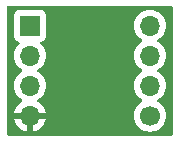
<source format=gbl>
%TF.GenerationSoftware,KiCad,Pcbnew,8.0.4*%
%TF.CreationDate,2025-01-06T14:25:35+00:00*%
%TF.ProjectId,soic_8_breakout,736f6963-5f38-45f6-9272-65616b6f7574,rev?*%
%TF.SameCoordinates,Original*%
%TF.FileFunction,Copper,L2,Bot*%
%TF.FilePolarity,Positive*%
%FSLAX46Y46*%
G04 Gerber Fmt 4.6, Leading zero omitted, Abs format (unit mm)*
G04 Created by KiCad (PCBNEW 8.0.4) date 2025-01-06 14:25:35*
%MOMM*%
%LPD*%
G01*
G04 APERTURE LIST*
%TA.AperFunction,ComponentPad*%
%ADD10R,1.700000X1.700000*%
%TD*%
%TA.AperFunction,ComponentPad*%
%ADD11O,1.700000X1.700000*%
%TD*%
%TA.AperFunction,ComponentPad*%
%ADD12C,1.700000*%
%TD*%
%TA.AperFunction,ViaPad*%
%ADD13C,0.600000*%
%TD*%
%TA.AperFunction,Conductor*%
%ADD14C,0.500000*%
%TD*%
G04 APERTURE END LIST*
D10*
%TO.P,J1,1,Pin_1*%
%TO.N,Net-(J1-Pin_1)*%
X52420000Y-52190000D03*
D11*
%TO.P,J1,2,Pin_2*%
%TO.N,Net-(J1-Pin_2)*%
X52420000Y-54730000D03*
%TO.P,J1,3,Pin_3*%
%TO.N,Net-(J1-Pin_3)*%
X52420000Y-57270000D03*
%TO.P,J1,4,Pin_4*%
%TO.N,/GND*%
X52420000Y-59810000D03*
%TD*%
D12*
%TO.P,J2,1,Pin_1*%
%TO.N,Net-(J2-Pin_1)*%
X62580000Y-59810000D03*
D11*
%TO.P,J2,2,Pin_2*%
%TO.N,Net-(J2-Pin_2)*%
X62580000Y-57270000D03*
%TO.P,J2,3,Pin_3*%
%TO.N,Net-(J2-Pin_3)*%
X62580000Y-54730000D03*
%TO.P,J2,4,Pin_4*%
%TO.N,Net-(J2-Pin_4)*%
X62580000Y-52190000D03*
%TD*%
D13*
%TO.N,/GND*%
X59405000Y-57970000D03*
X55210000Y-52190000D03*
%TD*%
D14*
%TO.N,/GND*%
X55190000Y-54550000D02*
X58610000Y-57970000D01*
X53850000Y-59810000D02*
X52420000Y-59810000D01*
X55190000Y-54550000D02*
X55190000Y-58470000D01*
X55190000Y-58470000D02*
X53850000Y-59810000D01*
X55190000Y-52210000D02*
X55190000Y-54550000D01*
X58610000Y-57970000D02*
X59440000Y-57970000D01*
%TD*%
%TA.AperFunction,Conductor*%
%TO.N,/GND*%
G36*
X64442539Y-50520185D02*
G01*
X64488294Y-50572989D01*
X64499500Y-50624500D01*
X64499500Y-61375500D01*
X64479815Y-61442539D01*
X64427011Y-61488294D01*
X64375500Y-61499500D01*
X50624500Y-61499500D01*
X50557461Y-61479815D01*
X50511706Y-61427011D01*
X50500500Y-61375500D01*
X50500500Y-54729999D01*
X51064341Y-54729999D01*
X51064341Y-54730000D01*
X51084936Y-54965403D01*
X51084938Y-54965413D01*
X51146094Y-55193655D01*
X51146096Y-55193659D01*
X51146097Y-55193663D01*
X51245965Y-55407830D01*
X51245967Y-55407834D01*
X51381501Y-55601395D01*
X51381506Y-55601402D01*
X51548597Y-55768493D01*
X51548603Y-55768498D01*
X51734158Y-55898425D01*
X51777783Y-55953002D01*
X51784977Y-56022500D01*
X51753454Y-56084855D01*
X51734158Y-56101575D01*
X51548597Y-56231505D01*
X51381505Y-56398597D01*
X51245965Y-56592169D01*
X51245964Y-56592171D01*
X51146098Y-56806335D01*
X51146094Y-56806344D01*
X51084938Y-57034586D01*
X51084936Y-57034596D01*
X51064341Y-57269999D01*
X51064341Y-57270000D01*
X51084936Y-57505403D01*
X51084938Y-57505413D01*
X51146094Y-57733655D01*
X51146096Y-57733659D01*
X51146097Y-57733663D01*
X51245965Y-57947830D01*
X51245967Y-57947834D01*
X51381501Y-58141395D01*
X51381506Y-58141402D01*
X51548597Y-58308493D01*
X51548603Y-58308498D01*
X51734594Y-58438730D01*
X51778219Y-58493307D01*
X51785413Y-58562805D01*
X51753890Y-58625160D01*
X51734595Y-58641880D01*
X51548922Y-58771890D01*
X51548920Y-58771891D01*
X51381891Y-58938920D01*
X51381886Y-58938926D01*
X51246400Y-59132420D01*
X51246399Y-59132422D01*
X51146570Y-59346507D01*
X51146567Y-59346513D01*
X51089364Y-59559999D01*
X51089364Y-59560000D01*
X51986988Y-59560000D01*
X51954075Y-59617007D01*
X51920000Y-59744174D01*
X51920000Y-59875826D01*
X51954075Y-60002993D01*
X51986988Y-60060000D01*
X51089364Y-60060000D01*
X51146567Y-60273486D01*
X51146570Y-60273492D01*
X51246399Y-60487578D01*
X51381894Y-60681082D01*
X51548917Y-60848105D01*
X51742421Y-60983600D01*
X51956507Y-61083429D01*
X51956516Y-61083433D01*
X52170000Y-61140634D01*
X52170000Y-60243012D01*
X52227007Y-60275925D01*
X52354174Y-60310000D01*
X52485826Y-60310000D01*
X52612993Y-60275925D01*
X52670000Y-60243012D01*
X52670000Y-61140633D01*
X52883483Y-61083433D01*
X52883492Y-61083429D01*
X53097578Y-60983600D01*
X53291082Y-60848105D01*
X53458105Y-60681082D01*
X53593600Y-60487578D01*
X53693429Y-60273492D01*
X53693432Y-60273486D01*
X53750636Y-60060000D01*
X52853012Y-60060000D01*
X52885925Y-60002993D01*
X52920000Y-59875826D01*
X52920000Y-59744174D01*
X52885925Y-59617007D01*
X52853012Y-59560000D01*
X53750636Y-59560000D01*
X53750635Y-59559999D01*
X53693432Y-59346513D01*
X53693429Y-59346507D01*
X53593600Y-59132422D01*
X53593599Y-59132420D01*
X53458113Y-58938926D01*
X53458108Y-58938920D01*
X53291078Y-58771890D01*
X53105405Y-58641879D01*
X53061780Y-58587302D01*
X53054588Y-58517804D01*
X53086110Y-58455449D01*
X53105406Y-58438730D01*
X53105842Y-58438425D01*
X53291401Y-58308495D01*
X53458495Y-58141401D01*
X53594035Y-57947830D01*
X53693903Y-57733663D01*
X53755063Y-57505408D01*
X53775659Y-57270000D01*
X53755063Y-57034592D01*
X53693903Y-56806337D01*
X53594035Y-56592171D01*
X53458495Y-56398599D01*
X53458494Y-56398597D01*
X53291402Y-56231506D01*
X53291396Y-56231501D01*
X53105842Y-56101575D01*
X53062217Y-56046998D01*
X53055023Y-55977500D01*
X53086546Y-55915145D01*
X53105842Y-55898425D01*
X53128026Y-55882891D01*
X53291401Y-55768495D01*
X53458495Y-55601401D01*
X53594035Y-55407830D01*
X53693903Y-55193663D01*
X53755063Y-54965408D01*
X53775659Y-54730000D01*
X53755063Y-54494592D01*
X53693903Y-54266337D01*
X53594035Y-54052171D01*
X53458495Y-53858599D01*
X53336567Y-53736671D01*
X53303084Y-53675351D01*
X53308068Y-53605659D01*
X53349939Y-53549725D01*
X53380915Y-53532810D01*
X53512331Y-53483796D01*
X53627546Y-53397546D01*
X53713796Y-53282331D01*
X53764091Y-53147483D01*
X53770500Y-53087873D01*
X53770499Y-52189999D01*
X61224341Y-52189999D01*
X61224341Y-52190000D01*
X61244936Y-52425403D01*
X61244938Y-52425413D01*
X61306094Y-52653655D01*
X61306096Y-52653659D01*
X61306097Y-52653663D01*
X61405965Y-52867830D01*
X61405967Y-52867834D01*
X61541501Y-53061395D01*
X61541506Y-53061402D01*
X61708597Y-53228493D01*
X61708603Y-53228498D01*
X61894158Y-53358425D01*
X61937783Y-53413002D01*
X61944977Y-53482500D01*
X61913454Y-53544855D01*
X61894158Y-53561575D01*
X61708597Y-53691505D01*
X61541505Y-53858597D01*
X61405965Y-54052169D01*
X61405964Y-54052171D01*
X61306098Y-54266335D01*
X61306094Y-54266344D01*
X61244938Y-54494586D01*
X61244936Y-54494596D01*
X61224341Y-54729999D01*
X61224341Y-54730000D01*
X61244936Y-54965403D01*
X61244938Y-54965413D01*
X61306094Y-55193655D01*
X61306096Y-55193659D01*
X61306097Y-55193663D01*
X61405965Y-55407830D01*
X61405967Y-55407834D01*
X61541501Y-55601395D01*
X61541506Y-55601402D01*
X61708597Y-55768493D01*
X61708603Y-55768498D01*
X61894158Y-55898425D01*
X61937783Y-55953002D01*
X61944977Y-56022500D01*
X61913454Y-56084855D01*
X61894158Y-56101575D01*
X61708597Y-56231505D01*
X61541505Y-56398597D01*
X61405965Y-56592169D01*
X61405964Y-56592171D01*
X61306098Y-56806335D01*
X61306094Y-56806344D01*
X61244938Y-57034586D01*
X61244936Y-57034596D01*
X61224341Y-57269999D01*
X61224341Y-57270000D01*
X61244936Y-57505403D01*
X61244938Y-57505413D01*
X61306094Y-57733655D01*
X61306096Y-57733659D01*
X61306097Y-57733663D01*
X61405965Y-57947830D01*
X61405967Y-57947834D01*
X61541501Y-58141395D01*
X61541506Y-58141402D01*
X61708597Y-58308493D01*
X61708603Y-58308498D01*
X61894158Y-58438425D01*
X61937783Y-58493002D01*
X61944977Y-58562500D01*
X61913454Y-58624855D01*
X61894158Y-58641575D01*
X61708597Y-58771505D01*
X61541505Y-58938597D01*
X61405965Y-59132169D01*
X61405964Y-59132171D01*
X61306098Y-59346335D01*
X61306094Y-59346344D01*
X61244938Y-59574586D01*
X61244936Y-59574596D01*
X61224341Y-59809999D01*
X61224341Y-59810000D01*
X61244936Y-60045403D01*
X61244938Y-60045413D01*
X61306094Y-60273655D01*
X61306096Y-60273659D01*
X61306097Y-60273663D01*
X61405847Y-60487578D01*
X61405965Y-60487830D01*
X61405967Y-60487834D01*
X61514281Y-60642521D01*
X61541505Y-60681401D01*
X61708599Y-60848495D01*
X61805384Y-60916265D01*
X61902165Y-60984032D01*
X61902167Y-60984033D01*
X61902170Y-60984035D01*
X62116337Y-61083903D01*
X62344592Y-61145063D01*
X62532918Y-61161539D01*
X62579999Y-61165659D01*
X62580000Y-61165659D01*
X62580001Y-61165659D01*
X62619234Y-61162226D01*
X62815408Y-61145063D01*
X63043663Y-61083903D01*
X63257830Y-60984035D01*
X63451401Y-60848495D01*
X63618495Y-60681401D01*
X63754035Y-60487830D01*
X63853903Y-60273663D01*
X63915063Y-60045408D01*
X63935659Y-59810000D01*
X63915063Y-59574592D01*
X63853903Y-59346337D01*
X63754035Y-59132171D01*
X63618495Y-58938599D01*
X63618494Y-58938597D01*
X63451402Y-58771506D01*
X63451396Y-58771501D01*
X63265842Y-58641575D01*
X63222217Y-58586998D01*
X63215023Y-58517500D01*
X63246546Y-58455145D01*
X63265842Y-58438425D01*
X63288026Y-58422891D01*
X63451401Y-58308495D01*
X63618495Y-58141401D01*
X63754035Y-57947830D01*
X63853903Y-57733663D01*
X63915063Y-57505408D01*
X63935659Y-57270000D01*
X63915063Y-57034592D01*
X63853903Y-56806337D01*
X63754035Y-56592171D01*
X63618495Y-56398599D01*
X63618494Y-56398597D01*
X63451402Y-56231506D01*
X63451396Y-56231501D01*
X63265842Y-56101575D01*
X63222217Y-56046998D01*
X63215023Y-55977500D01*
X63246546Y-55915145D01*
X63265842Y-55898425D01*
X63288026Y-55882891D01*
X63451401Y-55768495D01*
X63618495Y-55601401D01*
X63754035Y-55407830D01*
X63853903Y-55193663D01*
X63915063Y-54965408D01*
X63935659Y-54730000D01*
X63915063Y-54494592D01*
X63853903Y-54266337D01*
X63754035Y-54052171D01*
X63618495Y-53858599D01*
X63618494Y-53858597D01*
X63451402Y-53691506D01*
X63451396Y-53691501D01*
X63265842Y-53561575D01*
X63222217Y-53506998D01*
X63215023Y-53437500D01*
X63246546Y-53375145D01*
X63265842Y-53358425D01*
X63288026Y-53342891D01*
X63451401Y-53228495D01*
X63618495Y-53061401D01*
X63754035Y-52867830D01*
X63853903Y-52653663D01*
X63915063Y-52425408D01*
X63935659Y-52190000D01*
X63915063Y-51954592D01*
X63853903Y-51726337D01*
X63754035Y-51512171D01*
X63618495Y-51318599D01*
X63618494Y-51318597D01*
X63451402Y-51151506D01*
X63451395Y-51151501D01*
X63257834Y-51015967D01*
X63257830Y-51015965D01*
X63257828Y-51015964D01*
X63043663Y-50916097D01*
X63043659Y-50916096D01*
X63043655Y-50916094D01*
X62815413Y-50854938D01*
X62815403Y-50854936D01*
X62580001Y-50834341D01*
X62579999Y-50834341D01*
X62344596Y-50854936D01*
X62344586Y-50854938D01*
X62116344Y-50916094D01*
X62116335Y-50916098D01*
X61902171Y-51015964D01*
X61902169Y-51015965D01*
X61708597Y-51151505D01*
X61541505Y-51318597D01*
X61405965Y-51512169D01*
X61405964Y-51512171D01*
X61306098Y-51726335D01*
X61306094Y-51726344D01*
X61244938Y-51954586D01*
X61244936Y-51954596D01*
X61224341Y-52189999D01*
X53770499Y-52189999D01*
X53770499Y-51292128D01*
X53764091Y-51232517D01*
X53713796Y-51097669D01*
X53713795Y-51097668D01*
X53713793Y-51097664D01*
X53627547Y-50982455D01*
X53627544Y-50982452D01*
X53512335Y-50896206D01*
X53512328Y-50896202D01*
X53377482Y-50845908D01*
X53377483Y-50845908D01*
X53317883Y-50839501D01*
X53317881Y-50839500D01*
X53317873Y-50839500D01*
X53317864Y-50839500D01*
X51522129Y-50839500D01*
X51522123Y-50839501D01*
X51462516Y-50845908D01*
X51327671Y-50896202D01*
X51327664Y-50896206D01*
X51212455Y-50982452D01*
X51212452Y-50982455D01*
X51126206Y-51097664D01*
X51126202Y-51097671D01*
X51075908Y-51232517D01*
X51069501Y-51292116D01*
X51069501Y-51292123D01*
X51069500Y-51292135D01*
X51069500Y-53087870D01*
X51069501Y-53087876D01*
X51075908Y-53147483D01*
X51126202Y-53282328D01*
X51126206Y-53282335D01*
X51212452Y-53397544D01*
X51212455Y-53397547D01*
X51327664Y-53483793D01*
X51327671Y-53483797D01*
X51459081Y-53532810D01*
X51515015Y-53574681D01*
X51539432Y-53640145D01*
X51524580Y-53708418D01*
X51503430Y-53736673D01*
X51381503Y-53858600D01*
X51245965Y-54052169D01*
X51245964Y-54052171D01*
X51146098Y-54266335D01*
X51146094Y-54266344D01*
X51084938Y-54494586D01*
X51084936Y-54494596D01*
X51064341Y-54729999D01*
X50500500Y-54729999D01*
X50500500Y-50624500D01*
X50520185Y-50557461D01*
X50572989Y-50511706D01*
X50624500Y-50500500D01*
X64375500Y-50500500D01*
X64442539Y-50520185D01*
G37*
%TD.AperFunction*%
%TD*%
M02*

</source>
